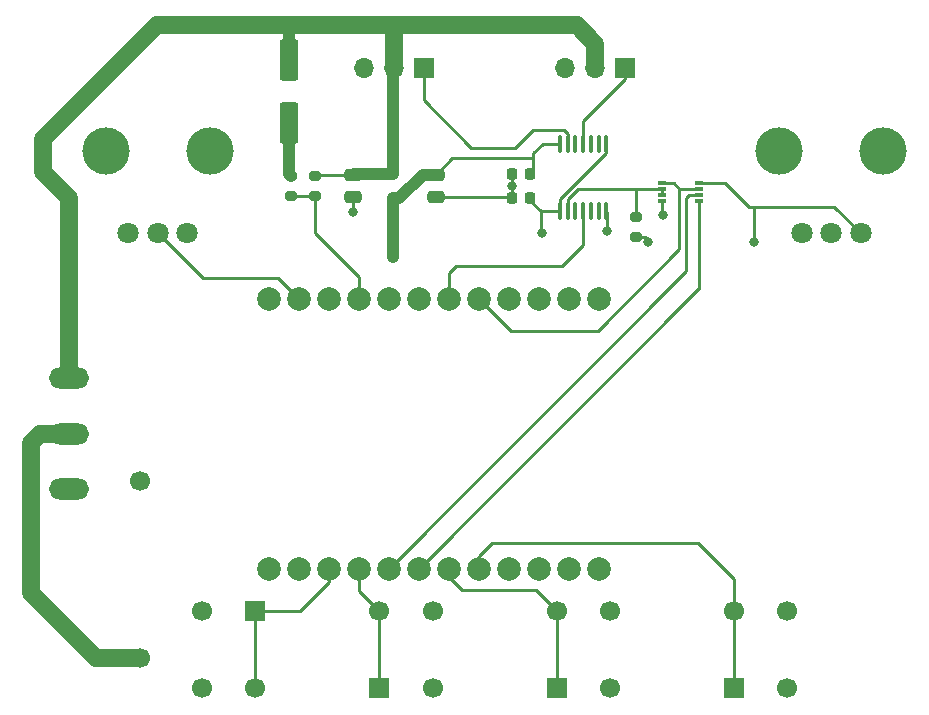
<source format=gbr>
%TF.GenerationSoftware,KiCad,Pcbnew,7.0.8*%
%TF.CreationDate,2024-05-28T17:20:49-04:00*%
%TF.ProjectId,mainboard,6d61696e-626f-4617-9264-2e6b69636164,rev?*%
%TF.SameCoordinates,Original*%
%TF.FileFunction,Copper,L1,Top*%
%TF.FilePolarity,Positive*%
%FSLAX46Y46*%
G04 Gerber Fmt 4.6, Leading zero omitted, Abs format (unit mm)*
G04 Created by KiCad (PCBNEW 7.0.8) date 2024-05-28 17:20:49*
%MOMM*%
%LPD*%
G01*
G04 APERTURE LIST*
G04 Aperture macros list*
%AMRoundRect*
0 Rectangle with rounded corners*
0 $1 Rounding radius*
0 $2 $3 $4 $5 $6 $7 $8 $9 X,Y pos of 4 corners*
0 Add a 4 corners polygon primitive as box body*
4,1,4,$2,$3,$4,$5,$6,$7,$8,$9,$2,$3,0*
0 Add four circle primitives for the rounded corners*
1,1,$1+$1,$2,$3*
1,1,$1+$1,$4,$5*
1,1,$1+$1,$6,$7*
1,1,$1+$1,$8,$9*
0 Add four rect primitives between the rounded corners*
20,1,$1+$1,$2,$3,$4,$5,0*
20,1,$1+$1,$4,$5,$6,$7,0*
20,1,$1+$1,$6,$7,$8,$9,0*
20,1,$1+$1,$8,$9,$2,$3,0*%
G04 Aperture macros list end*
%TA.AperFunction,SMDPad,CuDef*%
%ADD10RoundRect,0.100000X0.100000X-0.637500X0.100000X0.637500X-0.100000X0.637500X-0.100000X-0.637500X0*%
%TD*%
%TA.AperFunction,SMDPad,CuDef*%
%ADD11RoundRect,0.200000X-0.275000X0.200000X-0.275000X-0.200000X0.275000X-0.200000X0.275000X0.200000X0*%
%TD*%
%TA.AperFunction,WasherPad*%
%ADD12C,4.000000*%
%TD*%
%TA.AperFunction,ComponentPad*%
%ADD13C,1.800000*%
%TD*%
%TA.AperFunction,ComponentPad*%
%ADD14C,2.000000*%
%TD*%
%TA.AperFunction,SMDPad,CuDef*%
%ADD15RoundRect,0.250000X-0.550000X1.500000X-0.550000X-1.500000X0.550000X-1.500000X0.550000X1.500000X0*%
%TD*%
%TA.AperFunction,ComponentPad*%
%ADD16R,1.700000X1.700000*%
%TD*%
%TA.AperFunction,ComponentPad*%
%ADD17C,1.700000*%
%TD*%
%TA.AperFunction,SMDPad,CuDef*%
%ADD18RoundRect,0.250000X-0.475000X0.250000X-0.475000X-0.250000X0.475000X-0.250000X0.475000X0.250000X0*%
%TD*%
%TA.AperFunction,SMDPad,CuDef*%
%ADD19RoundRect,0.225000X0.225000X0.250000X-0.225000X0.250000X-0.225000X-0.250000X0.225000X-0.250000X0*%
%TD*%
%TA.AperFunction,ComponentPad*%
%ADD20O,1.700000X1.700000*%
%TD*%
%TA.AperFunction,SMDPad,CuDef*%
%ADD21RoundRect,0.200000X0.275000X-0.200000X0.275000X0.200000X-0.275000X0.200000X-0.275000X-0.200000X0*%
%TD*%
%TA.AperFunction,SMDPad,CuDef*%
%ADD22RoundRect,0.112500X0.112500X-0.187500X0.112500X0.187500X-0.112500X0.187500X-0.112500X-0.187500X0*%
%TD*%
%TA.AperFunction,ComponentPad*%
%ADD23O,3.400000X1.800000*%
%TD*%
%TA.AperFunction,SMDPad,CuDef*%
%ADD24R,0.800000X0.300000*%
%TD*%
%TA.AperFunction,ViaPad*%
%ADD25C,0.800000*%
%TD*%
%TA.AperFunction,Conductor*%
%ADD26C,1.500000*%
%TD*%
%TA.AperFunction,Conductor*%
%ADD27C,1.000000*%
%TD*%
%TA.AperFunction,Conductor*%
%ADD28C,0.250000*%
%TD*%
G04 APERTURE END LIST*
D10*
%TO.P,U1,1,VCCA*%
%TO.N,+3.3V*%
X145550000Y-76145434D03*
%TO.P,U1,2,A1*%
%TO.N,/SERVO1L*%
X146200000Y-76145434D03*
%TO.P,U1,3,A2*%
%TO.N,unconnected-(U1-A2-Pad3)*%
X146850000Y-76145434D03*
%TO.P,U1,4,A3*%
%TO.N,/SERVO2L*%
X147500000Y-76145434D03*
%TO.P,U1,5,A4*%
%TO.N,unconnected-(U1-A4-Pad5)*%
X148150000Y-76145434D03*
%TO.P,U1,6,NC*%
%TO.N,unconnected-(U1-NC-Pad6)*%
X148800000Y-76145434D03*
%TO.P,U1,7,GND*%
%TO.N,GND*%
X149450000Y-76145434D03*
%TO.P,U1,8,OE*%
%TO.N,+3.3V*%
X149450000Y-70420434D03*
%TO.P,U1,9,NC*%
%TO.N,unconnected-(U1-NC-Pad9)*%
X148800000Y-70420434D03*
%TO.P,U1,10,B4*%
%TO.N,unconnected-(U1-B4-Pad10)*%
X148150000Y-70420434D03*
%TO.P,U1,11,B3*%
%TO.N,/SERVO2*%
X147500000Y-70420434D03*
%TO.P,U1,12,B2*%
%TO.N,unconnected-(U1-B2-Pad12)*%
X146850000Y-70420434D03*
%TO.P,U1,13,B1*%
%TO.N,/SERVO1*%
X146200000Y-70420434D03*
%TO.P,U1,14,VCCB*%
%TO.N,+5V*%
X145550000Y-70420434D03*
%TD*%
D11*
%TO.P,R1,1*%
%TO.N,VCC*%
X124800000Y-73175000D03*
%TO.P,R1,2*%
%TO.N,/VSENSE*%
X124800000Y-74825000D03*
%TD*%
D12*
%TO.P,RV2,*%
%TO.N,*%
X164100000Y-71000000D03*
X172900000Y-71000000D03*
D13*
%TO.P,RV2,1,1*%
%TO.N,+3.3V*%
X171000000Y-78000000D03*
%TO.P,RV2,2,2*%
%TO.N,/POT2*%
X168500000Y-78000000D03*
%TO.P,RV2,3,3*%
%TO.N,GND*%
X166000000Y-78000000D03*
%TD*%
D14*
%TO.P,U3,1,3v*%
%TO.N,+3.3V*%
X120890000Y-83548135D03*
%TO.P,U3,2,1*%
%TO.N,/POT1*%
X123430000Y-83548135D03*
%TO.P,U3,3,2*%
%TO.N,/POT2*%
X125970000Y-83548135D03*
%TO.P,U3,4,3*%
%TO.N,/VSENSE*%
X128510000Y-83548135D03*
%TO.P,U3,5,10*%
%TO.N,unconnected-(U3-10-Pad5)*%
X131050000Y-83548135D03*
%TO.P,U3,6,11*%
%TO.N,unconnected-(U3-11-Pad6)*%
X133590000Y-83548135D03*
%TO.P,U3,7,12*%
%TO.N,/SERVO2L*%
X136130000Y-83548135D03*
%TO.P,U3,8,13*%
%TO.N,/CTRL*%
X138670000Y-83548135D03*
%TO.P,U3,9,NC*%
%TO.N,unconnected-(U3-NC-Pad9)*%
X141210000Y-83548135D03*
%TO.P,U3,10,NC*%
%TO.N,unconnected-(U3-NC-Pad10)*%
X143750000Y-83548135D03*
%TO.P,U3,11,GND*%
%TO.N,unconnected-(U3-GND-Pad11)*%
X146290000Y-83548135D03*
%TO.P,U3,12,5V*%
%TO.N,+5V*%
X148830000Y-83548135D03*
%TO.P,U3,13,GND*%
%TO.N,GND*%
X120890000Y-106409999D03*
%TO.P,U3,14,GND*%
X123430000Y-106409999D03*
%TO.P,U3,15,43*%
%TO.N,/BUTTON1*%
X125970000Y-106409999D03*
%TO.P,U3,16,44*%
%TO.N,/BUTTON2*%
X128510000Y-106409999D03*
%TO.P,U3,17,18*%
%TO.N,/RXD*%
X131050000Y-106409999D03*
%TO.P,U3,18,17*%
%TO.N,/TXD*%
X133590000Y-106409999D03*
%TO.P,U3,19,21*%
%TO.N,/BUTTON3*%
X136130000Y-106409999D03*
%TO.P,U3,20,16*%
%TO.N,/BUTTON4*%
X138670000Y-106409999D03*
%TO.P,U3,21,NC*%
%TO.N,unconnected-(U3-NC-Pad21)*%
X141210000Y-106409999D03*
%TO.P,U3,22,GND*%
%TO.N,GND*%
X143750000Y-106409999D03*
%TO.P,U3,23,GND*%
X146290000Y-106409999D03*
%TO.P,U3,24,3v*%
%TO.N,unconnected-(U3-3v-Pad24)*%
X148830000Y-106409999D03*
%TD*%
D15*
%TO.P,C5,1*%
%TO.N,VCC*%
X122600000Y-63300000D03*
%TO.P,C5,2*%
%TO.N,GND*%
X122600000Y-68700000D03*
%TD*%
D16*
%TO.P,SW5,1,A*%
%TO.N,/BUTTON4*%
X160250000Y-116500000D03*
D17*
X160250000Y-110000000D03*
%TO.P,SW5,2,B*%
%TO.N,GND*%
X164750000Y-116500000D03*
X164750000Y-110000000D03*
%TD*%
D18*
%TO.P,C4,1*%
%TO.N,+5V*%
X135000000Y-73050000D03*
%TO.P,C4,2*%
%TO.N,GND*%
X135000000Y-74950000D03*
%TD*%
D19*
%TO.P,C2,1*%
%TO.N,+3.3V*%
X143025000Y-75000000D03*
%TO.P,C2,2*%
%TO.N,GND*%
X141475000Y-75000000D03*
%TD*%
D17*
%TO.P,J2,1,Pin_1*%
%TO.N,GND*%
X110000000Y-99000000D03*
%TD*%
D16*
%TO.P,SW3,1,A*%
%TO.N,/BUTTON2*%
X130250000Y-116500000D03*
D17*
X130250000Y-110000000D03*
%TO.P,SW3,2,B*%
%TO.N,GND*%
X134750000Y-116500000D03*
X134750000Y-110000000D03*
%TD*%
D16*
%TO.P,J3,1,Pin_1*%
%TO.N,/SERVO1*%
X134000000Y-64000000D03*
D20*
%TO.P,J3,2,Pin_2*%
%TO.N,VCC*%
X131460000Y-64000000D03*
%TO.P,J3,3,Pin_3*%
%TO.N,GND*%
X128920000Y-64000000D03*
%TD*%
D16*
%TO.P,SW4,1,A*%
%TO.N,/BUTTON3*%
X145250000Y-116500000D03*
D17*
X145250000Y-110000000D03*
%TO.P,SW4,2,B*%
%TO.N,GND*%
X149750000Y-116500000D03*
X149750000Y-110000000D03*
%TD*%
D21*
%TO.P,R3,1*%
%TO.N,+3.3V*%
X152000000Y-78317554D03*
%TO.P,R3,2*%
%TO.N,/SERVO1L*%
X152000000Y-76667554D03*
%TD*%
D16*
%TO.P,SW2,1,A*%
%TO.N,/BUTTON1*%
X119750000Y-110000000D03*
D17*
X119750000Y-116500000D03*
%TO.P,SW2,2,B*%
%TO.N,GND*%
X115250000Y-110000000D03*
X115250000Y-116500000D03*
%TD*%
%TO.P,J1,1,Pin_1*%
%TO.N,Net-(J1-Pin_1)*%
X110000000Y-114000000D03*
%TD*%
D22*
%TO.P,D1,1,K*%
%TO.N,+5V*%
X131400000Y-75050000D03*
%TO.P,D1,2,A*%
%TO.N,VCC*%
X131400000Y-72950000D03*
%TD*%
D18*
%TO.P,C3,1*%
%TO.N,VCC*%
X128000000Y-73050000D03*
%TO.P,C3,2*%
%TO.N,GND*%
X128000000Y-74950000D03*
%TD*%
D23*
%TO.P,SW1,1,A*%
%TO.N,unconnected-(SW1-A-Pad1)*%
X104000000Y-99700000D03*
%TO.P,SW1,2,B*%
%TO.N,Net-(J1-Pin_1)*%
X104000000Y-95000000D03*
%TO.P,SW1,3,C*%
%TO.N,VCC*%
X104000000Y-90300000D03*
%TD*%
D21*
%TO.P,R2,1*%
%TO.N,/VSENSE*%
X122800000Y-74825000D03*
%TO.P,R2,2*%
%TO.N,GND*%
X122800000Y-73175000D03*
%TD*%
D12*
%TO.P,RV1,*%
%TO.N,*%
X107100000Y-71000000D03*
X115900000Y-71000000D03*
D13*
%TO.P,RV1,1,1*%
%TO.N,+3.3V*%
X114000000Y-78000000D03*
%TO.P,RV1,2,2*%
%TO.N,/POT1*%
X111500000Y-78000000D03*
%TO.P,RV1,3,3*%
%TO.N,GND*%
X109000000Y-78000000D03*
%TD*%
D16*
%TO.P,J4,1,Pin_1*%
%TO.N,/SERVO2*%
X151080000Y-64000000D03*
D20*
%TO.P,J4,2,Pin_2*%
%TO.N,VCC*%
X148540000Y-64000000D03*
%TO.P,J4,3,Pin_3*%
%TO.N,GND*%
X146000000Y-64000000D03*
%TD*%
D24*
%TO.P,U2,1,1OE*%
%TO.N,/CTRL*%
X154200000Y-73750000D03*
%TO.P,U2,2,1A*%
%TO.N,/SERVO1L*%
X154200000Y-74250000D03*
%TO.P,U2,3,2Y*%
X154200000Y-74750000D03*
%TO.P,U2,4,GND*%
%TO.N,GND*%
X154200000Y-75250000D03*
%TO.P,U2,5,2A*%
%TO.N,/TXD*%
X157300000Y-75250000D03*
%TO.P,U2,6,1Y*%
%TO.N,/RXD*%
X157300000Y-74750000D03*
%TO.P,U2,7,2OE*%
%TO.N,/CTRL*%
X157300000Y-74250000D03*
%TO.P,U2,8,VCC*%
%TO.N,+3.3V*%
X157300000Y-73750000D03*
%TD*%
D19*
%TO.P,C1,1*%
%TO.N,+5V*%
X143025000Y-73000000D03*
%TO.P,C1,2*%
%TO.N,GND*%
X141475000Y-73000000D03*
%TD*%
D25*
%TO.N,+3.3V*%
X162000000Y-78782934D03*
X153000000Y-78782934D03*
X144000000Y-78000000D03*
%TO.N,GND*%
X154250000Y-76500000D03*
X122600000Y-71400000D03*
X128000000Y-76200000D03*
X141475000Y-74000000D03*
X149500000Y-77782934D03*
%TO.N,+5V*%
X131400000Y-80000000D03*
%TD*%
D26*
%TO.N,VCC*%
X131460000Y-60540000D02*
X131600000Y-60400000D01*
X101800000Y-72800000D02*
X101800000Y-70000000D01*
X111400000Y-60400000D02*
X122600000Y-60400000D01*
X104000000Y-75000000D02*
X101800000Y-72800000D01*
D27*
X128100000Y-72950000D02*
X128000000Y-73050000D01*
D26*
X104000000Y-90300000D02*
X104000000Y-75000000D01*
D27*
X122600000Y-63300000D02*
X122600000Y-60400000D01*
X131400000Y-72950000D02*
X128100000Y-72950000D01*
D26*
X131600000Y-60400000D02*
X147000000Y-60400000D01*
D27*
X131400000Y-72950000D02*
X131400000Y-64060000D01*
D26*
X131460000Y-64000000D02*
X131460000Y-60540000D01*
X122600000Y-60400000D02*
X131600000Y-60400000D01*
D27*
X131400000Y-64060000D02*
X131460000Y-64000000D01*
D26*
X147000000Y-60400000D02*
X148540000Y-61940000D01*
D28*
X124925000Y-73050000D02*
X124800000Y-73175000D01*
D26*
X148540000Y-61940000D02*
X148540000Y-64000000D01*
D28*
X128000000Y-73050000D02*
X124925000Y-73050000D01*
D26*
X101800000Y-70000000D02*
X111400000Y-60400000D01*
D28*
%TO.N,+3.3V*%
X143895434Y-77895434D02*
X144000000Y-78000000D01*
X143895434Y-76145434D02*
X145550000Y-76145434D01*
X159536000Y-73750000D02*
X159304000Y-73750000D01*
X157300000Y-73750000D02*
X159304000Y-73750000D01*
X149450000Y-71196538D02*
X149450000Y-70420434D01*
X145550000Y-75096538D02*
X149450000Y-71196538D01*
X145550000Y-76145434D02*
X145550000Y-75096538D01*
X153000000Y-78617554D02*
X153000000Y-78782934D01*
X152700000Y-78317554D02*
X153000000Y-78617554D01*
X162098000Y-75750000D02*
X161536000Y-75750000D01*
X161536000Y-75750000D02*
X159536000Y-73750000D01*
X143895434Y-76145434D02*
X143895434Y-77895434D01*
X171000000Y-78000000D02*
X168750000Y-75750000D01*
X168750000Y-75750000D02*
X162098000Y-75750000D01*
X143025000Y-75275000D02*
X143895434Y-76145434D01*
X152000000Y-78317554D02*
X152700000Y-78317554D01*
X162000000Y-78782934D02*
X162000000Y-75848000D01*
X162000000Y-75848000D02*
X162098000Y-75750000D01*
%TO.N,/POT1*%
X111500000Y-78000000D02*
X115282934Y-81782934D01*
X121664799Y-81782934D02*
X123430000Y-83548135D01*
X115282934Y-81782934D02*
X121664799Y-81782934D01*
D27*
%TO.N,GND*%
X122600000Y-68700000D02*
X122600000Y-71400000D01*
D28*
X154200000Y-75250000D02*
X154200000Y-76450000D01*
X141475000Y-74250000D02*
X141475000Y-75000000D01*
D27*
X122600000Y-72975000D02*
X122800000Y-73175000D01*
D28*
X149500000Y-77782934D02*
X149500000Y-76195434D01*
X154200000Y-76450000D02*
X154250000Y-76500000D01*
X135000000Y-74950000D02*
X141425000Y-74950000D01*
X141425000Y-74950000D02*
X141475000Y-75000000D01*
X128000000Y-74950000D02*
X128000000Y-76200000D01*
X141475000Y-73000000D02*
X141475000Y-74250000D01*
X141475000Y-74250000D02*
X141500000Y-74275000D01*
D27*
X122600000Y-71400000D02*
X122600000Y-72975000D01*
D28*
%TO.N,/TXD*%
X157300000Y-82700000D02*
X157250000Y-82750000D01*
X157300000Y-75250000D02*
X157300000Y-82700000D01*
X133590000Y-106409999D02*
X157250000Y-82750000D01*
%TO.N,/CTRL*%
X141404799Y-86282934D02*
X148717066Y-86282934D01*
X155650000Y-79350000D02*
X155650000Y-74250000D01*
X155650000Y-74250000D02*
X157300000Y-74250000D01*
X155150000Y-73750000D02*
X155650000Y-74250000D01*
X154200000Y-73750000D02*
X155150000Y-73750000D01*
X148717066Y-86282934D02*
X155650000Y-79350000D01*
X138670000Y-83548135D02*
X141404799Y-86282934D01*
%TO.N,/SERVO1L*%
X146200000Y-76145434D02*
X146200000Y-75082934D01*
X147032934Y-74250000D02*
X152000000Y-74250000D01*
X154200000Y-74750000D02*
X154200000Y-74250000D01*
X154200000Y-74250000D02*
X152000000Y-74250000D01*
X146200000Y-75082934D02*
X147032934Y-74250000D01*
X152000000Y-76667554D02*
X152000000Y-74250000D01*
%TO.N,+5V*%
X144079566Y-70420434D02*
X145550000Y-70420434D01*
D27*
X133950000Y-73050000D02*
X135000000Y-73050000D01*
X131950000Y-75050000D02*
X133950000Y-73050000D01*
D28*
X143250000Y-72725000D02*
X143250000Y-71637500D01*
D27*
X131400000Y-75050000D02*
X131400000Y-80000000D01*
X131400000Y-75050000D02*
X131950000Y-75050000D01*
D28*
X143250000Y-71637500D02*
X143250000Y-71250000D01*
X143250000Y-71637500D02*
X136412500Y-71637500D01*
X143250000Y-71250000D02*
X144079566Y-70420434D01*
X136412500Y-71637500D02*
X135000000Y-73050000D01*
%TO.N,/BUTTON1*%
X125970000Y-107530000D02*
X123500000Y-110000000D01*
X123500000Y-110000000D02*
X119750000Y-110000000D01*
X125970000Y-106409999D02*
X125970000Y-107530000D01*
X119750000Y-116500000D02*
X119750000Y-110000000D01*
%TO.N,/BUTTON2*%
X128510000Y-108260000D02*
X130250000Y-110000000D01*
X130250000Y-116500000D02*
X130250000Y-110000000D01*
X128510000Y-106409999D02*
X128510000Y-108260000D01*
%TO.N,/SERVO2L*%
X136130000Y-83548135D02*
X136130000Y-81370000D01*
X145750000Y-80750000D02*
X147500000Y-79000000D01*
X136750000Y-80750000D02*
X145750000Y-80750000D01*
X147500000Y-79000000D02*
X147500000Y-76145434D01*
X136130000Y-81370000D02*
X136750000Y-80750000D01*
%TO.N,/RXD*%
X156250000Y-75000000D02*
X156500000Y-74750000D01*
X131050000Y-106409999D02*
X156250000Y-81210000D01*
X156500000Y-74750000D02*
X157300000Y-74750000D01*
X156250000Y-81210000D02*
X156250000Y-75000000D01*
%TO.N,/SERVO2*%
X147500000Y-70420434D02*
X147500000Y-68500000D01*
X151080000Y-64920000D02*
X151080000Y-64000000D01*
X147500000Y-68500000D02*
X151080000Y-64920000D01*
%TO.N,/SERVO1*%
X145859054Y-69250000D02*
X143250000Y-69250000D01*
X134000000Y-66750000D02*
X134000000Y-64000000D01*
X143250000Y-69250000D02*
X141750000Y-70750000D01*
X146200000Y-70420434D02*
X146200000Y-69590946D01*
X146200000Y-69590946D02*
X145859054Y-69250000D01*
X138000000Y-70750000D02*
X134000000Y-66750000D01*
X141750000Y-70750000D02*
X138000000Y-70750000D01*
D26*
%TO.N,Net-(J1-Pin_1)*%
X101500000Y-95000000D02*
X104000000Y-95000000D01*
X100750000Y-108500000D02*
X100750000Y-95750000D01*
X110000000Y-114000000D02*
X106250000Y-114000000D01*
X100750000Y-95750000D02*
X101500000Y-95000000D01*
X106250000Y-114000000D02*
X100750000Y-108500000D01*
D28*
%TO.N,/BUTTON3*%
X145250000Y-116500000D02*
X145250000Y-110000000D01*
X137250000Y-108250000D02*
X143500000Y-108250000D01*
X136130000Y-106409999D02*
X136130000Y-107130000D01*
X143500000Y-108250000D02*
X145250000Y-110000000D01*
X136130000Y-107130000D02*
X137250000Y-108250000D01*
%TO.N,/BUTTON4*%
X138670000Y-105330000D02*
X139750000Y-104250000D01*
X160250000Y-116500000D02*
X160250000Y-110000000D01*
X157250000Y-104250000D02*
X153500000Y-104250000D01*
X160250000Y-107250000D02*
X157250000Y-104250000D01*
X138670000Y-106409999D02*
X138670000Y-105330000D01*
X153500000Y-104250000D02*
X153877066Y-104250000D01*
X160250000Y-110000000D02*
X160250000Y-107250000D01*
X139750000Y-104250000D02*
X153500000Y-104250000D01*
%TO.N,/VSENSE*%
X124800000Y-74825000D02*
X124800000Y-78000000D01*
X128510000Y-81710000D02*
X128510000Y-83548135D01*
X124800000Y-78000000D02*
X128510000Y-81710000D01*
X122800000Y-74825000D02*
X124800000Y-74825000D01*
%TD*%
M02*

</source>
